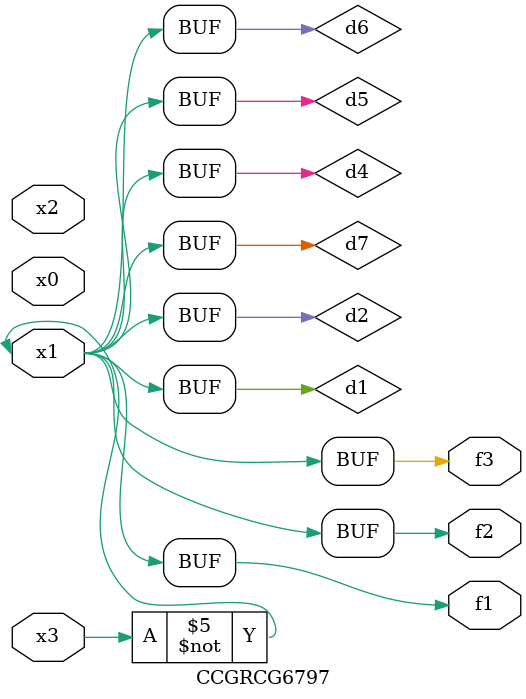
<source format=v>
module CCGRCG6797(
	input x0, x1, x2, x3,
	output f1, f2, f3
);

	wire d1, d2, d3, d4, d5, d6, d7;

	not (d1, x3);
	buf (d2, x1);
	xnor (d3, d1, d2);
	nor (d4, d1);
	buf (d5, d1, d2);
	buf (d6, d4, d5);
	nand (d7, d4);
	assign f1 = d6;
	assign f2 = d7;
	assign f3 = d6;
endmodule

</source>
